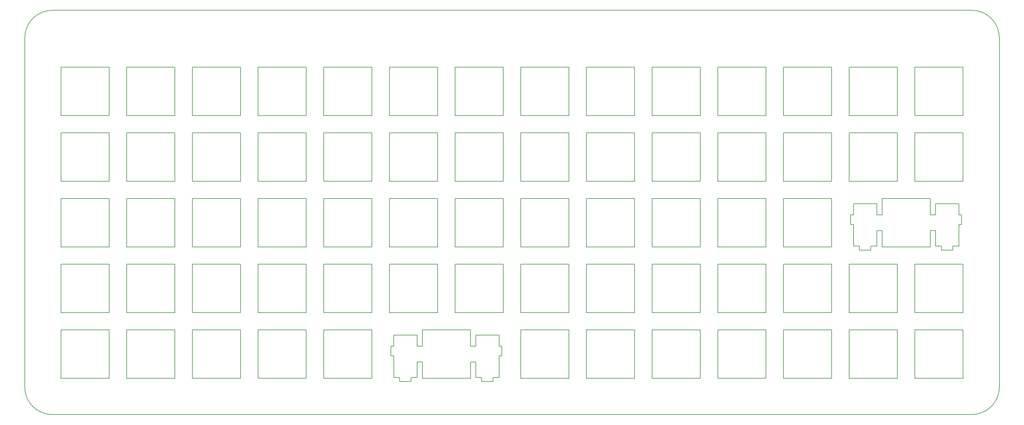
<source format=gm1>
G04 #@! TF.GenerationSoftware,KiCad,Pcbnew,(5.1.5)-3*
G04 #@! TF.CreationDate,2020-02-27T09:23:47-08:00*
G04 #@! TF.ProjectId,Mounting_PCB,4d6f756e-7469-46e6-975f-5043422e6b69,rev?*
G04 #@! TF.SameCoordinates,Original*
G04 #@! TF.FileFunction,Profile,NP*
%FSLAX46Y46*%
G04 Gerber Fmt 4.6, Leading zero omitted, Abs format (unit mm)*
G04 Created by KiCad (PCBNEW (5.1.5)-3) date 2020-02-27 09:23:47*
%MOMM*%
%LPD*%
G04 APERTURE LIST*
%ADD10C,0.200000*%
G04 APERTURE END LIST*
D10*
X351328966Y-131745800D02*
X337329966Y-131745800D01*
X337329966Y-145745100D02*
X351328966Y-145745100D01*
X242079966Y-145745100D02*
X256078966Y-145745100D01*
X242079966Y-131745800D02*
X242079966Y-145745100D01*
X256078966Y-145745100D02*
X256078966Y-131745800D01*
X337329966Y-131745800D02*
X337329966Y-145745100D01*
X217978965Y-145745100D02*
X217978965Y-131745800D01*
X223029966Y-145745100D02*
X237028966Y-145745100D01*
X223029966Y-131745800D02*
X223029966Y-145745100D01*
X146829666Y-131745800D02*
X146829666Y-145745100D01*
X203977966Y-131745800D02*
X203977966Y-145745100D01*
X146829666Y-145745100D02*
X160828965Y-145745100D01*
X217978965Y-131745800D02*
X203977966Y-131745800D01*
X261129966Y-145745100D02*
X275128966Y-145745100D01*
X261129966Y-131745800D02*
X261129966Y-145745100D01*
X275128966Y-131745800D02*
X261129966Y-131745800D01*
X351328966Y-145745100D02*
X351328966Y-131745800D01*
X237028966Y-145745100D02*
X237028966Y-131745800D01*
X203977966Y-145745100D02*
X217978965Y-145745100D01*
X237028966Y-131745800D02*
X223029966Y-131745800D01*
X256078966Y-131745800D02*
X242079966Y-131745800D01*
X160828965Y-145745100D02*
X160828965Y-131745800D01*
X160828965Y-131745800D02*
X146829666Y-131745800D01*
X343329965Y-152265800D02*
X343329965Y-155496200D01*
X350078966Y-155496200D02*
X350078966Y-152265800D01*
X237028966Y-164795100D02*
X237028966Y-150795800D01*
X350904966Y-155496200D02*
X350078966Y-155496200D01*
X280179966Y-164795100D02*
X294178966Y-164795100D01*
X350904966Y-158296200D02*
X350904966Y-155496200D01*
X299229966Y-169845800D02*
X299229966Y-183845100D01*
X261129966Y-150795800D02*
X261129966Y-164795100D01*
X275128966Y-150795800D02*
X261129966Y-150795800D01*
X108729666Y-150795800D02*
X108729666Y-164795100D01*
X237028966Y-169845800D02*
X223029966Y-169845800D01*
X165879665Y-150795800D02*
X165879665Y-164795100D01*
X327804966Y-155496200D02*
X326278966Y-155496200D01*
X327804966Y-150795800D02*
X327804966Y-155496200D01*
X313228966Y-183845100D02*
X313228966Y-169845800D01*
X299229966Y-183845100D02*
X313228966Y-183845100D01*
X223029966Y-183845100D02*
X237028966Y-183845100D01*
X341803966Y-150795800D02*
X327804966Y-150795800D01*
X341803966Y-155496200D02*
X341803966Y-150795800D01*
X350078966Y-164565100D02*
X350078966Y-158296200D01*
X165879665Y-164795100D02*
X179878966Y-164795100D01*
X122728966Y-164795100D02*
X122728966Y-150795800D01*
X198928966Y-150795800D02*
X184928266Y-150795800D01*
X261129966Y-164795100D02*
X275128966Y-164795100D01*
X223029966Y-150795800D02*
X223029966Y-164795100D01*
X223029966Y-164795100D02*
X237028966Y-164795100D01*
X179878966Y-164795100D02*
X179878966Y-150795800D01*
X184928266Y-164795100D02*
X198928966Y-164795100D01*
X122728966Y-150795800D02*
X108729666Y-150795800D01*
X184928266Y-150795800D02*
X184928266Y-164795100D01*
X198928966Y-164795100D02*
X198928966Y-150795800D01*
X179878966Y-150795800D02*
X165879665Y-150795800D01*
X280179966Y-150795800D02*
X280179966Y-164795100D01*
X108729666Y-164795100D02*
X122728966Y-164795100D01*
X343329965Y-155496200D02*
X341803966Y-155496200D01*
X350078966Y-152265800D02*
X343329965Y-152265800D01*
X313228966Y-169845800D02*
X299229966Y-169845800D01*
X350078966Y-158296200D02*
X350904966Y-158296200D01*
X348354966Y-164565100D02*
X350078966Y-164565100D01*
X237028966Y-150795800D02*
X223029966Y-150795800D01*
X294178966Y-150795800D02*
X280179966Y-150795800D01*
X294178966Y-164795100D02*
X294178966Y-150795800D01*
X237028966Y-183845100D02*
X237028966Y-169845800D01*
X275128966Y-164795100D02*
X275128966Y-150795800D01*
X326278966Y-152265800D02*
X319529966Y-152265800D01*
X326278966Y-155496200D02*
X326278966Y-152265800D01*
X108729666Y-112695800D02*
X108729666Y-126695100D01*
X122728966Y-112695800D02*
X108729666Y-112695800D01*
X203977966Y-112695800D02*
X203977966Y-126695100D01*
X203977966Y-126695100D02*
X217978965Y-126695100D01*
X217978965Y-112695800D02*
X203977966Y-112695800D01*
X217978965Y-126695100D02*
X217978965Y-112695800D01*
X141778965Y-112695800D02*
X127779666Y-112695800D01*
X198928966Y-126695100D02*
X198928966Y-112695800D01*
X198928966Y-112695800D02*
X184928266Y-112695800D01*
X165879665Y-112695800D02*
X165879665Y-126695100D01*
X275128966Y-126695100D02*
X275128966Y-112695800D01*
X261129966Y-126695100D02*
X275128966Y-126695100D01*
X261129966Y-112695800D02*
X261129966Y-126695100D01*
X179878966Y-126695100D02*
X179878966Y-112695800D01*
X275128966Y-112695800D02*
X261129966Y-112695800D01*
X141778965Y-126695100D02*
X141778965Y-112695800D01*
X108729666Y-126695100D02*
X122728966Y-126695100D01*
X122728966Y-126695100D02*
X122728966Y-112695800D01*
X127779666Y-126695100D02*
X141778965Y-126695100D01*
X184928266Y-112695800D02*
X184928266Y-126695100D01*
X127779666Y-112695800D02*
X127779666Y-126695100D01*
X184928266Y-126695100D02*
X198928966Y-126695100D01*
X179878966Y-112695800D02*
X165879665Y-112695800D01*
X127779666Y-131745800D02*
X127779666Y-145745100D01*
X313228966Y-145745100D02*
X313228966Y-131745800D01*
X361854965Y-205421072D02*
G75*
G02X353854966Y-213421071I-7999999J0D01*
G01*
X361854966Y-104171000D02*
X361854966Y-205421072D01*
X179878966Y-145745100D02*
X179878966Y-131745800D01*
X89679616Y-112695800D02*
X89679616Y-126695100D01*
X87155050Y-96171000D02*
X353854966Y-96171000D01*
X141778965Y-131745800D02*
X127779666Y-131745800D01*
X299229966Y-145745100D02*
X313228966Y-145745100D01*
X313228966Y-131745800D02*
X299229966Y-131745800D01*
X127779666Y-145745100D02*
X141778965Y-145745100D01*
X79155050Y-104171000D02*
G75*
G02X87155050Y-96171000I8000000J0D01*
G01*
X184928266Y-131745800D02*
X184928266Y-145745100D01*
X184928266Y-145745100D02*
X198928966Y-145745100D01*
X87155050Y-213421071D02*
G75*
G02X79155051Y-205421072I0J7999999D01*
G01*
X165879665Y-145745100D02*
X179878966Y-145745100D01*
X294178966Y-145745100D02*
X294178966Y-131745800D01*
X280179966Y-131745800D02*
X280179966Y-145745100D01*
X141778965Y-145745100D02*
X141778965Y-131745800D01*
X79155051Y-205421072D02*
X79155051Y-104171000D01*
X353854966Y-213421071D02*
X87155050Y-213421071D01*
X280179966Y-145745100D02*
X294178966Y-145745100D01*
X353854966Y-96171000D02*
G75*
G02X361854966Y-104171000I0J-8000000D01*
G01*
X103679166Y-126695100D02*
X103679166Y-112695800D01*
X165879665Y-131745800D02*
X165879665Y-145745100D01*
X198928966Y-131745800D02*
X184928266Y-131745800D01*
X103679166Y-112695800D02*
X89679616Y-112695800D01*
X299229966Y-131745800D02*
X299229966Y-145745100D01*
X89679616Y-126695100D02*
X103679166Y-126695100D01*
X179878966Y-131745800D02*
X165879665Y-131745800D01*
X294178966Y-131745800D02*
X280179966Y-131745800D01*
X326278966Y-160096100D02*
X327804966Y-160096100D01*
X319529966Y-152265800D02*
X319529966Y-155496200D01*
X327804966Y-164795100D02*
X341803966Y-164795100D01*
X217978965Y-164795100D02*
X217978965Y-150795800D01*
X332278966Y-131745800D02*
X318279966Y-131745800D01*
X324554966Y-165765200D02*
X324554966Y-164565100D01*
X318703966Y-155496200D02*
X318703966Y-158296200D01*
X198928966Y-145745100D02*
X198928966Y-131745800D01*
X160828965Y-150795800D02*
X146829666Y-150795800D01*
X256078966Y-164795100D02*
X256078966Y-150795800D01*
X341803966Y-164795100D02*
X341803966Y-160096100D01*
X321254966Y-164565100D02*
X321254966Y-165765200D01*
X319529966Y-155496200D02*
X318703966Y-155496200D01*
X313228966Y-164795100D02*
X313228966Y-150795800D01*
X348354966Y-165765200D02*
X348354966Y-164565100D01*
X160828965Y-164795100D02*
X160828965Y-150795800D01*
X217978965Y-150795800D02*
X203977966Y-150795800D01*
X327804966Y-160096100D02*
X327804966Y-164795100D01*
X141778965Y-150795800D02*
X127779666Y-150795800D01*
X313228966Y-150795800D02*
X299229966Y-150795800D01*
X319529966Y-164565100D02*
X321254966Y-164565100D01*
X146829666Y-164795100D02*
X160828965Y-164795100D01*
X146829666Y-150795800D02*
X146829666Y-164795100D01*
X203977966Y-150795800D02*
X203977966Y-164795100D01*
X141778965Y-164795100D02*
X141778965Y-150795800D01*
X127779666Y-164795100D02*
X141778965Y-164795100D01*
X127779666Y-150795800D02*
X127779666Y-164795100D01*
X321254966Y-165765200D02*
X324554966Y-165765200D01*
X318703966Y-158296200D02*
X319529966Y-158296200D01*
X332278966Y-145745100D02*
X332278966Y-131745800D01*
X299229966Y-164795100D02*
X313228966Y-164795100D01*
X299229966Y-150795800D02*
X299229966Y-164795100D01*
X318279966Y-145745100D02*
X332278966Y-145745100D01*
X343329965Y-160096100D02*
X343329965Y-164565100D01*
X203977966Y-164795100D02*
X217978965Y-164795100D01*
X256078966Y-150795800D02*
X242079966Y-150795800D01*
X318279966Y-131745800D02*
X318279966Y-145745100D01*
X345054966Y-165765200D02*
X348354966Y-165765200D01*
X343329965Y-164565100D02*
X345054966Y-164565100D01*
X242079966Y-164795100D02*
X256078966Y-164795100D01*
X242079966Y-150795800D02*
X242079966Y-164795100D01*
X324554966Y-164565100D02*
X326278966Y-164565100D01*
X319529966Y-158296200D02*
X319529966Y-164565100D01*
X345054966Y-164565100D02*
X345054966Y-165765200D01*
X326278966Y-164565100D02*
X326278966Y-160096100D01*
X341803966Y-160096100D02*
X343329965Y-160096100D01*
X89679616Y-145745100D02*
X103679166Y-145745100D01*
X89679616Y-131745800D02*
X89679616Y-145745100D01*
X242079966Y-169845800D02*
X242079966Y-183845100D01*
X332278966Y-183845100D02*
X332278966Y-169845800D01*
X332278966Y-169845800D02*
X318279966Y-169845800D01*
X108729666Y-145745100D02*
X122728966Y-145745100D01*
X351328966Y-183845100D02*
X351328966Y-169845800D01*
X294178966Y-183845100D02*
X294178966Y-169845800D01*
X337329966Y-169845800D02*
X337329966Y-183845100D01*
X108729666Y-131745800D02*
X108729666Y-145745100D01*
X275128966Y-183845100D02*
X275128966Y-169845800D01*
X275128966Y-145745100D02*
X275128966Y-131745800D01*
X103679166Y-131745800D02*
X89679616Y-131745800D01*
X203977966Y-169845800D02*
X203977966Y-183845100D01*
X242079966Y-183845100D02*
X256078966Y-183845100D01*
X217978965Y-183845100D02*
X217978965Y-169845800D01*
X280179966Y-183845100D02*
X294178966Y-183845100D01*
X203977966Y-183845100D02*
X217978965Y-183845100D01*
X351328966Y-169845800D02*
X337329966Y-169845800D01*
X127779666Y-183845100D02*
X141778965Y-183845100D01*
X261129966Y-183845100D02*
X275128966Y-183845100D01*
X198928966Y-169845800D02*
X184928266Y-169845800D01*
X261129966Y-169845800D02*
X261129966Y-183845100D01*
X184928266Y-169845800D02*
X184928266Y-183845100D01*
X294178966Y-169845800D02*
X280179966Y-169845800D01*
X318279966Y-169845800D02*
X318279966Y-183845100D01*
X198928966Y-183845100D02*
X198928966Y-169845800D01*
X184928266Y-183845100D02*
X198928966Y-183845100D01*
X337329966Y-183845100D02*
X351328966Y-183845100D01*
X223029966Y-169845800D02*
X223029966Y-183845100D01*
X89679616Y-150795800D02*
X89679616Y-164795100D01*
X103679166Y-145745100D02*
X103679166Y-131745800D01*
X256078966Y-183845100D02*
X256078966Y-169845800D01*
X122728966Y-145745100D02*
X122728966Y-131745800D01*
X127779666Y-169845800D02*
X127779666Y-183845100D01*
X103679166Y-150795800D02*
X89679616Y-150795800D01*
X103679166Y-164795100D02*
X103679166Y-150795800D01*
X275128966Y-169845800D02*
X261129966Y-169845800D01*
X122728966Y-131745800D02*
X108729666Y-131745800D01*
X89679616Y-164795100D02*
X103679166Y-164795100D01*
X141778965Y-169845800D02*
X127779666Y-169845800D01*
X256078966Y-169845800D02*
X242079966Y-169845800D01*
X141778965Y-183845100D02*
X141778965Y-169845800D01*
X217978965Y-169845800D02*
X203977966Y-169845800D01*
X318279966Y-183845100D02*
X332278966Y-183845100D01*
X280179966Y-169845800D02*
X280179966Y-183845100D01*
X89679616Y-169845800D02*
X89679616Y-183845100D01*
X332278966Y-188895600D02*
X318279966Y-188895600D01*
X332278966Y-202895130D02*
X332278966Y-188895600D01*
X256078966Y-188895600D02*
X242079966Y-188895600D01*
X275128966Y-202895130D02*
X275128966Y-188895600D01*
X256078966Y-202895130D02*
X256078966Y-188895600D01*
X242079966Y-202895130D02*
X256078966Y-202895130D01*
X103679166Y-169845800D02*
X89679616Y-169845800D01*
X242079966Y-188895600D02*
X242079966Y-202895130D01*
X122728966Y-183845100D02*
X122728966Y-169845800D01*
X108729666Y-183845100D02*
X122728966Y-183845100D01*
X103679166Y-183845100D02*
X103679166Y-169845800D01*
X122728966Y-169845800D02*
X108729666Y-169845800D01*
X261129966Y-188895600D02*
X261129966Y-202895130D01*
X275128966Y-188895600D02*
X261129966Y-188895600D01*
X280179966Y-202895130D02*
X294178966Y-202895130D01*
X261129966Y-202895130D02*
X275128966Y-202895130D01*
X108729666Y-169845800D02*
X108729666Y-183845100D01*
X294178966Y-202895130D02*
X294178966Y-188895600D01*
X89679616Y-183845100D02*
X103679166Y-183845100D01*
X294178966Y-188895600D02*
X280179966Y-188895600D01*
X280179966Y-188895600D02*
X280179966Y-202895130D01*
X160828965Y-169845800D02*
X146829666Y-169845800D01*
X299229966Y-202895130D02*
X313228966Y-202895130D01*
X313228966Y-202895130D02*
X313228966Y-188895600D01*
X237028966Y-188895600D02*
X223029966Y-188895600D01*
X237028966Y-202895130D02*
X237028966Y-188895600D01*
X191204966Y-203865261D02*
X191204966Y-202664990D01*
X187904966Y-202664990D02*
X187904966Y-203865261D01*
X313228966Y-188895600D02*
X299229966Y-188895600D01*
X223029966Y-202895130D02*
X237028966Y-202895130D01*
X223029966Y-188895600D02*
X223029966Y-202895130D01*
X179878966Y-188895600D02*
X165879665Y-188895600D01*
X179878966Y-202895130D02*
X179878966Y-188895600D01*
X194454966Y-202895130D02*
X208453966Y-202895130D01*
X194454966Y-198194641D02*
X194454966Y-202895130D01*
X192928966Y-198194641D02*
X194454966Y-198194641D01*
X192928966Y-202664990D02*
X192928966Y-198194641D01*
X165879665Y-188895600D02*
X165879665Y-202895130D01*
X191204966Y-202664990D02*
X192928966Y-202664990D01*
X187904966Y-203865261D02*
X191204966Y-203865261D01*
X299229966Y-188895600D02*
X299229966Y-202895130D01*
X146829666Y-202895130D02*
X160828965Y-202895130D01*
X337329966Y-188895600D02*
X337329966Y-202895130D01*
X160828965Y-188895600D02*
X146829666Y-188895600D01*
X351328966Y-188895600D02*
X337329966Y-188895600D01*
X337329966Y-202895130D02*
X351328966Y-202895130D01*
X318279966Y-188895600D02*
X318279966Y-202895130D01*
X160828965Y-202895130D02*
X160828965Y-188895600D01*
X351328966Y-202895130D02*
X351328966Y-188895600D01*
X146829666Y-188895600D02*
X146829666Y-202895130D01*
X318279966Y-202895130D02*
X332278966Y-202895130D01*
X165879665Y-202895130D02*
X179878966Y-202895130D01*
X185354066Y-196396281D02*
X186178166Y-196396281D01*
X186178166Y-196396281D02*
X186178166Y-202664990D01*
X146829666Y-112695800D02*
X146829666Y-126695100D01*
X160828965Y-112695800D02*
X146829666Y-112695800D01*
X127779666Y-188895600D02*
X127779666Y-202895130D01*
X103679166Y-188895600D02*
X89679616Y-188895600D01*
X186178166Y-202664990D02*
X187904966Y-202664990D01*
X103679166Y-202895130D02*
X103679166Y-188895600D01*
X186178166Y-193596101D02*
X185354066Y-193596101D01*
X185354066Y-193596101D02*
X185354066Y-196396281D01*
X122728966Y-188895600D02*
X108729666Y-188895600D01*
X89679616Y-188895600D02*
X89679616Y-202895130D01*
X108729666Y-202895130D02*
X122728966Y-202895130D01*
X122728966Y-202895130D02*
X122728966Y-188895600D01*
X299229966Y-126695100D02*
X313228966Y-126695100D01*
X299229966Y-112695800D02*
X299229966Y-126695100D01*
X146829666Y-126695100D02*
X160828965Y-126695100D01*
X141778965Y-202895130D02*
X141778965Y-188895600D01*
X141778965Y-188895600D02*
X127779666Y-188895600D01*
X160828965Y-126695100D02*
X160828965Y-112695800D01*
X127779666Y-202895130D02*
X141778965Y-202895130D01*
X89679616Y-202895130D02*
X103679166Y-202895130D01*
X108729666Y-188895600D02*
X108729666Y-202895130D01*
X208453966Y-193596101D02*
X208453966Y-188895600D01*
X209979966Y-193596101D02*
X208453966Y-193596101D01*
X209979966Y-190366001D02*
X209979966Y-193596101D01*
X216728965Y-196396281D02*
X217554966Y-196396281D01*
X215004966Y-203865261D02*
X215004966Y-202664990D01*
X216728965Y-193596101D02*
X216728965Y-190366001D01*
X217554966Y-193596101D02*
X216728965Y-193596101D01*
X216728965Y-202664990D02*
X216728965Y-196396281D01*
X215004966Y-202664990D02*
X216728965Y-202664990D01*
X216728965Y-190366001D02*
X209979966Y-190366001D01*
X211704966Y-203865261D02*
X215004966Y-203865261D01*
X208453966Y-202895130D02*
X208453966Y-198194641D01*
X211704966Y-202664990D02*
X211704966Y-203865261D01*
X209979966Y-198194641D02*
X209979966Y-202664990D01*
X208453966Y-198194641D02*
X209979966Y-198194641D01*
X186178166Y-190366001D02*
X186178166Y-193596101D01*
X192928966Y-190366001D02*
X186178166Y-190366001D01*
X192928966Y-193596101D02*
X192928966Y-190366001D01*
X208453966Y-188895600D02*
X194454966Y-188895600D01*
X209979966Y-202664990D02*
X211704966Y-202664990D01*
X217554966Y-196396281D02*
X217554966Y-193596101D01*
X194454966Y-193596101D02*
X192928966Y-193596101D01*
X194454966Y-188895600D02*
X194454966Y-193596101D01*
X280179966Y-126695100D02*
X294178966Y-126695100D01*
X313228966Y-112695800D02*
X299229966Y-112695800D01*
X237028966Y-126695100D02*
X237028966Y-112695800D01*
X256078966Y-126695100D02*
X256078966Y-112695800D01*
X280179966Y-112695800D02*
X280179966Y-126695100D01*
X337329966Y-126695100D02*
X351328966Y-126695100D01*
X294178966Y-112695800D02*
X280179966Y-112695800D01*
X318279966Y-112695800D02*
X318279966Y-126695100D01*
X332278966Y-126695100D02*
X332278966Y-112695800D01*
X318279966Y-126695100D02*
X332278966Y-126695100D01*
X223029966Y-126695100D02*
X237028966Y-126695100D01*
X237028966Y-112695800D02*
X223029966Y-112695800D01*
X351328966Y-112695800D02*
X337329966Y-112695800D01*
X351328966Y-126695100D02*
X351328966Y-112695800D01*
X313228966Y-126695100D02*
X313228966Y-112695800D01*
X337329966Y-112695800D02*
X337329966Y-126695100D01*
X332278966Y-112695800D02*
X318279966Y-112695800D01*
X165879665Y-126695100D02*
X179878966Y-126695100D01*
X242079966Y-112695800D02*
X242079966Y-126695100D01*
X242079966Y-126695100D02*
X256078966Y-126695100D01*
X223029966Y-112695800D02*
X223029966Y-126695100D01*
X294178966Y-126695100D02*
X294178966Y-112695800D01*
X256078966Y-112695800D02*
X242079966Y-112695800D01*
X146829666Y-183845100D02*
X160828965Y-183845100D01*
X146829666Y-169845800D02*
X146829666Y-183845100D01*
X179878966Y-169845800D02*
X165879665Y-169845800D01*
X165879665Y-169845800D02*
X165879665Y-183845100D01*
X179878966Y-183845100D02*
X179878966Y-169845800D01*
X160828965Y-183845100D02*
X160828965Y-169845800D01*
X165879665Y-183845100D02*
X179878966Y-183845100D01*
M02*

</source>
